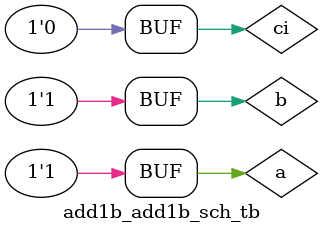
<source format=v>


`timescale 1ns / 1ps

module add1b_add1b_sch_tb();

// Inputs
   reg a;
   reg b;
   reg ci;

// Output
   wire r;
   wire co;

// Bidirs

// Instantiate the UUT
   add1b UUT (
		.a(a), 
		.b(b), 
		.ci(ci), 
		.r(r), 
		.co(co)
   );
// Initialize Inputs
	initial begin
	  ci = 0;
	  b = 0;
	  a = 0;
	  // Wait 100ns for the simulator to finish initializing
	  #100;
	  a = 1;
	  #1;
	  if ((r == 1) && (co == 0))
		 $display("okay 1");
	  else
		 $display("fail 1");
		 
	  ci = 0;
	  b = 0;
	  a = 0;
	  // Wait 100ns for the simulator to finish initializing
	  #100;
	  a = 1;
	  b = 1;
	  #1;
	  if ((r == 0) && (co == 1))
		 $display("okay 1");
	  else
		 $display("fail 1");
	end
endmodule

</source>
